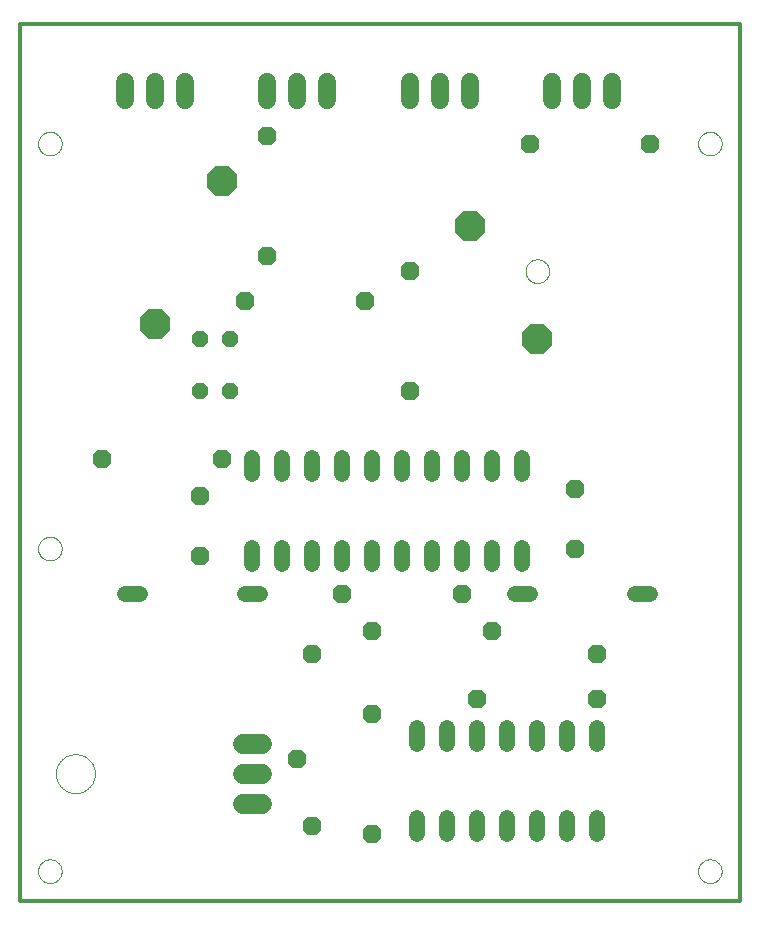
<source format=gtl>
G75*
%MOMM*%
%OFA0B0*%
%FSLAX33Y33*%
%IPPOS*%
%LPD*%
%AMOC8*
5,1,8,0,0,1.08239X$1,22.5*
%
%ADD10C,0.305*%
%ADD11C,0.000*%
%ADD12C,1.676*%
%ADD13C,1.321*%
%ADD14OC8,1.600*%
%ADD15OC8,1.321*%
%ADD16C,1.524*%
%ADD17OC8,2.540*%
D10*
X00406Y00406D02*
X61366Y00406D01*
X61366Y74701D01*
X00406Y74701D01*
X00406Y00406D01*
D11*
X01946Y02946D02*
X01948Y03009D01*
X01954Y03071D01*
X01964Y03133D01*
X01977Y03195D01*
X01995Y03255D01*
X02016Y03314D01*
X02041Y03372D01*
X02070Y03428D01*
X02102Y03482D01*
X02137Y03534D01*
X02175Y03583D01*
X02217Y03631D01*
X02261Y03675D01*
X02309Y03717D01*
X02358Y03755D01*
X02410Y03790D01*
X02464Y03822D01*
X02520Y03851D01*
X02578Y03876D01*
X02637Y03897D01*
X02697Y03915D01*
X02759Y03928D01*
X02821Y03938D01*
X02883Y03944D01*
X02946Y03946D01*
X03009Y03944D01*
X03071Y03938D01*
X03133Y03928D01*
X03195Y03915D01*
X03255Y03897D01*
X03314Y03876D01*
X03372Y03851D01*
X03428Y03822D01*
X03482Y03790D01*
X03534Y03755D01*
X03583Y03717D01*
X03631Y03675D01*
X03675Y03631D01*
X03717Y03583D01*
X03755Y03534D01*
X03790Y03482D01*
X03822Y03428D01*
X03851Y03372D01*
X03876Y03314D01*
X03897Y03255D01*
X03915Y03195D01*
X03928Y03133D01*
X03938Y03071D01*
X03944Y03009D01*
X03946Y02946D01*
X03944Y02883D01*
X03938Y02821D01*
X03928Y02759D01*
X03915Y02697D01*
X03897Y02637D01*
X03876Y02578D01*
X03851Y02520D01*
X03822Y02464D01*
X03790Y02410D01*
X03755Y02358D01*
X03717Y02309D01*
X03675Y02261D01*
X03631Y02217D01*
X03583Y02175D01*
X03534Y02137D01*
X03482Y02102D01*
X03428Y02070D01*
X03372Y02041D01*
X03314Y02016D01*
X03255Y01995D01*
X03195Y01977D01*
X03133Y01964D01*
X03071Y01954D01*
X03009Y01948D01*
X02946Y01946D01*
X02883Y01948D01*
X02821Y01954D01*
X02759Y01964D01*
X02697Y01977D01*
X02637Y01995D01*
X02578Y02016D01*
X02520Y02041D01*
X02464Y02070D01*
X02410Y02102D01*
X02358Y02137D01*
X02309Y02175D01*
X02261Y02217D01*
X02217Y02261D01*
X02175Y02309D01*
X02137Y02358D01*
X02102Y02410D01*
X02070Y02464D01*
X02041Y02520D01*
X02016Y02578D01*
X01995Y02637D01*
X01977Y02697D01*
X01964Y02759D01*
X01954Y02821D01*
X01948Y02883D01*
X01946Y02946D01*
X03454Y11201D02*
X03456Y11282D01*
X03462Y11363D01*
X03472Y11443D01*
X03486Y11523D01*
X03503Y11602D01*
X03525Y11680D01*
X03551Y11757D01*
X03580Y11833D01*
X03613Y11907D01*
X03649Y11979D01*
X03689Y12050D01*
X03732Y12118D01*
X03779Y12184D01*
X03829Y12248D01*
X03882Y12310D01*
X03938Y12368D01*
X03996Y12424D01*
X04058Y12477D01*
X04122Y12527D01*
X04188Y12574D01*
X04256Y12617D01*
X04327Y12657D01*
X04399Y12693D01*
X04473Y12726D01*
X04549Y12755D01*
X04626Y12781D01*
X04704Y12803D01*
X04783Y12820D01*
X04863Y12834D01*
X04943Y12844D01*
X05024Y12850D01*
X05105Y12852D01*
X05186Y12850D01*
X05267Y12844D01*
X05347Y12834D01*
X05427Y12820D01*
X05506Y12803D01*
X05584Y12781D01*
X05661Y12755D01*
X05737Y12726D01*
X05811Y12693D01*
X05883Y12657D01*
X05954Y12617D01*
X06022Y12574D01*
X06088Y12527D01*
X06152Y12477D01*
X06214Y12424D01*
X06272Y12368D01*
X06328Y12310D01*
X06381Y12248D01*
X06431Y12184D01*
X06478Y12118D01*
X06521Y12050D01*
X06561Y11979D01*
X06597Y11907D01*
X06630Y11833D01*
X06659Y11757D01*
X06685Y11680D01*
X06707Y11602D01*
X06724Y11523D01*
X06738Y11443D01*
X06748Y11363D01*
X06754Y11282D01*
X06756Y11201D01*
X06754Y11120D01*
X06748Y11039D01*
X06738Y10959D01*
X06724Y10879D01*
X06707Y10800D01*
X06685Y10722D01*
X06659Y10645D01*
X06630Y10569D01*
X06597Y10495D01*
X06561Y10423D01*
X06521Y10352D01*
X06478Y10284D01*
X06431Y10218D01*
X06381Y10154D01*
X06328Y10092D01*
X06272Y10034D01*
X06214Y09978D01*
X06152Y09925D01*
X06088Y09875D01*
X06022Y09828D01*
X05954Y09785D01*
X05883Y09745D01*
X05811Y09709D01*
X05737Y09676D01*
X05661Y09647D01*
X05584Y09621D01*
X05506Y09599D01*
X05427Y09582D01*
X05347Y09568D01*
X05267Y09558D01*
X05186Y09552D01*
X05105Y09550D01*
X05024Y09552D01*
X04943Y09558D01*
X04863Y09568D01*
X04783Y09582D01*
X04704Y09599D01*
X04626Y09621D01*
X04549Y09647D01*
X04473Y09676D01*
X04399Y09709D01*
X04327Y09745D01*
X04256Y09785D01*
X04188Y09828D01*
X04122Y09875D01*
X04058Y09925D01*
X03996Y09978D01*
X03938Y10034D01*
X03882Y10092D01*
X03829Y10154D01*
X03779Y10218D01*
X03732Y10284D01*
X03689Y10352D01*
X03649Y10423D01*
X03613Y10495D01*
X03580Y10569D01*
X03551Y10645D01*
X03525Y10722D01*
X03503Y10800D01*
X03486Y10879D01*
X03472Y10959D01*
X03462Y11039D01*
X03456Y11120D01*
X03454Y11201D01*
X01946Y30251D02*
X01948Y30314D01*
X01954Y30376D01*
X01964Y30438D01*
X01977Y30500D01*
X01995Y30560D01*
X02016Y30619D01*
X02041Y30677D01*
X02070Y30733D01*
X02102Y30787D01*
X02137Y30839D01*
X02175Y30888D01*
X02217Y30936D01*
X02261Y30980D01*
X02309Y31022D01*
X02358Y31060D01*
X02410Y31095D01*
X02464Y31127D01*
X02520Y31156D01*
X02578Y31181D01*
X02637Y31202D01*
X02697Y31220D01*
X02759Y31233D01*
X02821Y31243D01*
X02883Y31249D01*
X02946Y31251D01*
X03009Y31249D01*
X03071Y31243D01*
X03133Y31233D01*
X03195Y31220D01*
X03255Y31202D01*
X03314Y31181D01*
X03372Y31156D01*
X03428Y31127D01*
X03482Y31095D01*
X03534Y31060D01*
X03583Y31022D01*
X03631Y30980D01*
X03675Y30936D01*
X03717Y30888D01*
X03755Y30839D01*
X03790Y30787D01*
X03822Y30733D01*
X03851Y30677D01*
X03876Y30619D01*
X03897Y30560D01*
X03915Y30500D01*
X03928Y30438D01*
X03938Y30376D01*
X03944Y30314D01*
X03946Y30251D01*
X03944Y30188D01*
X03938Y30126D01*
X03928Y30064D01*
X03915Y30002D01*
X03897Y29942D01*
X03876Y29883D01*
X03851Y29825D01*
X03822Y29769D01*
X03790Y29715D01*
X03755Y29663D01*
X03717Y29614D01*
X03675Y29566D01*
X03631Y29522D01*
X03583Y29480D01*
X03534Y29442D01*
X03482Y29407D01*
X03428Y29375D01*
X03372Y29346D01*
X03314Y29321D01*
X03255Y29300D01*
X03195Y29282D01*
X03133Y29269D01*
X03071Y29259D01*
X03009Y29253D01*
X02946Y29251D01*
X02883Y29253D01*
X02821Y29259D01*
X02759Y29269D01*
X02697Y29282D01*
X02637Y29300D01*
X02578Y29321D01*
X02520Y29346D01*
X02464Y29375D01*
X02410Y29407D01*
X02358Y29442D01*
X02309Y29480D01*
X02261Y29522D01*
X02217Y29566D01*
X02175Y29614D01*
X02137Y29663D01*
X02102Y29715D01*
X02070Y29769D01*
X02041Y29825D01*
X02016Y29883D01*
X01995Y29942D01*
X01977Y30002D01*
X01964Y30064D01*
X01954Y30126D01*
X01948Y30188D01*
X01946Y30251D01*
X01946Y64541D02*
X01948Y64604D01*
X01954Y64666D01*
X01964Y64728D01*
X01977Y64790D01*
X01995Y64850D01*
X02016Y64909D01*
X02041Y64967D01*
X02070Y65023D01*
X02102Y65077D01*
X02137Y65129D01*
X02175Y65178D01*
X02217Y65226D01*
X02261Y65270D01*
X02309Y65312D01*
X02358Y65350D01*
X02410Y65385D01*
X02464Y65417D01*
X02520Y65446D01*
X02578Y65471D01*
X02637Y65492D01*
X02697Y65510D01*
X02759Y65523D01*
X02821Y65533D01*
X02883Y65539D01*
X02946Y65541D01*
X03009Y65539D01*
X03071Y65533D01*
X03133Y65523D01*
X03195Y65510D01*
X03255Y65492D01*
X03314Y65471D01*
X03372Y65446D01*
X03428Y65417D01*
X03482Y65385D01*
X03534Y65350D01*
X03583Y65312D01*
X03631Y65270D01*
X03675Y65226D01*
X03717Y65178D01*
X03755Y65129D01*
X03790Y65077D01*
X03822Y65023D01*
X03851Y64967D01*
X03876Y64909D01*
X03897Y64850D01*
X03915Y64790D01*
X03928Y64728D01*
X03938Y64666D01*
X03944Y64604D01*
X03946Y64541D01*
X03944Y64478D01*
X03938Y64416D01*
X03928Y64354D01*
X03915Y64292D01*
X03897Y64232D01*
X03876Y64173D01*
X03851Y64115D01*
X03822Y64059D01*
X03790Y64005D01*
X03755Y63953D01*
X03717Y63904D01*
X03675Y63856D01*
X03631Y63812D01*
X03583Y63770D01*
X03534Y63732D01*
X03482Y63697D01*
X03428Y63665D01*
X03372Y63636D01*
X03314Y63611D01*
X03255Y63590D01*
X03195Y63572D01*
X03133Y63559D01*
X03071Y63549D01*
X03009Y63543D01*
X02946Y63541D01*
X02883Y63543D01*
X02821Y63549D01*
X02759Y63559D01*
X02697Y63572D01*
X02637Y63590D01*
X02578Y63611D01*
X02520Y63636D01*
X02464Y63665D01*
X02410Y63697D01*
X02358Y63732D01*
X02309Y63770D01*
X02261Y63812D01*
X02217Y63856D01*
X02175Y63904D01*
X02137Y63953D01*
X02102Y64005D01*
X02070Y64059D01*
X02041Y64115D01*
X02016Y64173D01*
X01995Y64232D01*
X01977Y64292D01*
X01964Y64354D01*
X01954Y64416D01*
X01948Y64478D01*
X01946Y64541D01*
X43221Y53746D02*
X43223Y53809D01*
X43229Y53871D01*
X43239Y53933D01*
X43252Y53995D01*
X43270Y54055D01*
X43291Y54114D01*
X43316Y54172D01*
X43345Y54228D01*
X43377Y54282D01*
X43412Y54334D01*
X43450Y54383D01*
X43492Y54431D01*
X43536Y54475D01*
X43584Y54517D01*
X43633Y54555D01*
X43685Y54590D01*
X43739Y54622D01*
X43795Y54651D01*
X43853Y54676D01*
X43912Y54697D01*
X43972Y54715D01*
X44034Y54728D01*
X44096Y54738D01*
X44158Y54744D01*
X44221Y54746D01*
X44284Y54744D01*
X44346Y54738D01*
X44408Y54728D01*
X44470Y54715D01*
X44530Y54697D01*
X44589Y54676D01*
X44647Y54651D01*
X44703Y54622D01*
X44757Y54590D01*
X44809Y54555D01*
X44858Y54517D01*
X44906Y54475D01*
X44950Y54431D01*
X44992Y54383D01*
X45030Y54334D01*
X45065Y54282D01*
X45097Y54228D01*
X45126Y54172D01*
X45151Y54114D01*
X45172Y54055D01*
X45190Y53995D01*
X45203Y53933D01*
X45213Y53871D01*
X45219Y53809D01*
X45221Y53746D01*
X45219Y53683D01*
X45213Y53621D01*
X45203Y53559D01*
X45190Y53497D01*
X45172Y53437D01*
X45151Y53378D01*
X45126Y53320D01*
X45097Y53264D01*
X45065Y53210D01*
X45030Y53158D01*
X44992Y53109D01*
X44950Y53061D01*
X44906Y53017D01*
X44858Y52975D01*
X44809Y52937D01*
X44757Y52902D01*
X44703Y52870D01*
X44647Y52841D01*
X44589Y52816D01*
X44530Y52795D01*
X44470Y52777D01*
X44408Y52764D01*
X44346Y52754D01*
X44284Y52748D01*
X44221Y52746D01*
X44158Y52748D01*
X44096Y52754D01*
X44034Y52764D01*
X43972Y52777D01*
X43912Y52795D01*
X43853Y52816D01*
X43795Y52841D01*
X43739Y52870D01*
X43685Y52902D01*
X43633Y52937D01*
X43584Y52975D01*
X43536Y53017D01*
X43492Y53061D01*
X43450Y53109D01*
X43412Y53158D01*
X43377Y53210D01*
X43345Y53264D01*
X43316Y53320D01*
X43291Y53378D01*
X43270Y53437D01*
X43252Y53497D01*
X43239Y53559D01*
X43229Y53621D01*
X43223Y53683D01*
X43221Y53746D01*
X57826Y64541D02*
X57828Y64604D01*
X57834Y64666D01*
X57844Y64728D01*
X57857Y64790D01*
X57875Y64850D01*
X57896Y64909D01*
X57921Y64967D01*
X57950Y65023D01*
X57982Y65077D01*
X58017Y65129D01*
X58055Y65178D01*
X58097Y65226D01*
X58141Y65270D01*
X58189Y65312D01*
X58238Y65350D01*
X58290Y65385D01*
X58344Y65417D01*
X58400Y65446D01*
X58458Y65471D01*
X58517Y65492D01*
X58577Y65510D01*
X58639Y65523D01*
X58701Y65533D01*
X58763Y65539D01*
X58826Y65541D01*
X58889Y65539D01*
X58951Y65533D01*
X59013Y65523D01*
X59075Y65510D01*
X59135Y65492D01*
X59194Y65471D01*
X59252Y65446D01*
X59308Y65417D01*
X59362Y65385D01*
X59414Y65350D01*
X59463Y65312D01*
X59511Y65270D01*
X59555Y65226D01*
X59597Y65178D01*
X59635Y65129D01*
X59670Y65077D01*
X59702Y65023D01*
X59731Y64967D01*
X59756Y64909D01*
X59777Y64850D01*
X59795Y64790D01*
X59808Y64728D01*
X59818Y64666D01*
X59824Y64604D01*
X59826Y64541D01*
X59824Y64478D01*
X59818Y64416D01*
X59808Y64354D01*
X59795Y64292D01*
X59777Y64232D01*
X59756Y64173D01*
X59731Y64115D01*
X59702Y64059D01*
X59670Y64005D01*
X59635Y63953D01*
X59597Y63904D01*
X59555Y63856D01*
X59511Y63812D01*
X59463Y63770D01*
X59414Y63732D01*
X59362Y63697D01*
X59308Y63665D01*
X59252Y63636D01*
X59194Y63611D01*
X59135Y63590D01*
X59075Y63572D01*
X59013Y63559D01*
X58951Y63549D01*
X58889Y63543D01*
X58826Y63541D01*
X58763Y63543D01*
X58701Y63549D01*
X58639Y63559D01*
X58577Y63572D01*
X58517Y63590D01*
X58458Y63611D01*
X58400Y63636D01*
X58344Y63665D01*
X58290Y63697D01*
X58238Y63732D01*
X58189Y63770D01*
X58141Y63812D01*
X58097Y63856D01*
X58055Y63904D01*
X58017Y63953D01*
X57982Y64005D01*
X57950Y64059D01*
X57921Y64115D01*
X57896Y64173D01*
X57875Y64232D01*
X57857Y64292D01*
X57844Y64354D01*
X57834Y64416D01*
X57828Y64478D01*
X57826Y64541D01*
X57826Y02946D02*
X57828Y03009D01*
X57834Y03071D01*
X57844Y03133D01*
X57857Y03195D01*
X57875Y03255D01*
X57896Y03314D01*
X57921Y03372D01*
X57950Y03428D01*
X57982Y03482D01*
X58017Y03534D01*
X58055Y03583D01*
X58097Y03631D01*
X58141Y03675D01*
X58189Y03717D01*
X58238Y03755D01*
X58290Y03790D01*
X58344Y03822D01*
X58400Y03851D01*
X58458Y03876D01*
X58517Y03897D01*
X58577Y03915D01*
X58639Y03928D01*
X58701Y03938D01*
X58763Y03944D01*
X58826Y03946D01*
X58889Y03944D01*
X58951Y03938D01*
X59013Y03928D01*
X59075Y03915D01*
X59135Y03897D01*
X59194Y03876D01*
X59252Y03851D01*
X59308Y03822D01*
X59362Y03790D01*
X59414Y03755D01*
X59463Y03717D01*
X59511Y03675D01*
X59555Y03631D01*
X59597Y03583D01*
X59635Y03534D01*
X59670Y03482D01*
X59702Y03428D01*
X59731Y03372D01*
X59756Y03314D01*
X59777Y03255D01*
X59795Y03195D01*
X59808Y03133D01*
X59818Y03071D01*
X59824Y03009D01*
X59826Y02946D01*
X59824Y02883D01*
X59818Y02821D01*
X59808Y02759D01*
X59795Y02697D01*
X59777Y02637D01*
X59756Y02578D01*
X59731Y02520D01*
X59702Y02464D01*
X59670Y02410D01*
X59635Y02358D01*
X59597Y02309D01*
X59555Y02261D01*
X59511Y02217D01*
X59463Y02175D01*
X59414Y02137D01*
X59362Y02102D01*
X59308Y02070D01*
X59252Y02041D01*
X59194Y02016D01*
X59135Y01995D01*
X59075Y01977D01*
X59013Y01964D01*
X58951Y01954D01*
X58889Y01948D01*
X58826Y01946D01*
X58763Y01948D01*
X58701Y01954D01*
X58639Y01964D01*
X58577Y01977D01*
X58517Y01995D01*
X58458Y02016D01*
X58400Y02041D01*
X58344Y02070D01*
X58290Y02102D01*
X58238Y02137D01*
X58189Y02175D01*
X58141Y02217D01*
X58097Y02261D01*
X58055Y02309D01*
X58017Y02358D01*
X57982Y02410D01*
X57950Y02464D01*
X57921Y02520D01*
X57896Y02578D01*
X57875Y02637D01*
X57857Y02697D01*
X57844Y02759D01*
X57834Y02821D01*
X57828Y02883D01*
X57826Y02946D01*
D12*
X20930Y08661D02*
X19253Y08661D01*
X19253Y11201D02*
X20930Y11201D01*
X20930Y13741D02*
X19253Y13741D01*
D13*
X19431Y26441D02*
X20752Y26441D01*
X20091Y28956D02*
X20091Y30277D01*
X22631Y30277D02*
X22631Y28956D01*
X25171Y28956D02*
X25171Y30277D01*
X27711Y30277D02*
X27711Y28956D01*
X30251Y28956D02*
X30251Y30277D01*
X32791Y30277D02*
X32791Y28956D01*
X35331Y28956D02*
X35331Y30277D01*
X37871Y30277D02*
X37871Y28956D01*
X40411Y28956D02*
X40411Y30277D01*
X42951Y30277D02*
X42951Y28956D01*
X42291Y26441D02*
X43612Y26441D01*
X42951Y36576D02*
X42951Y37897D01*
X40411Y37897D02*
X40411Y36576D01*
X37871Y36576D02*
X37871Y37897D01*
X35331Y37897D02*
X35331Y36576D01*
X32791Y36576D02*
X32791Y37897D01*
X30251Y37897D02*
X30251Y36576D01*
X27711Y36576D02*
X27711Y37897D01*
X25171Y37897D02*
X25171Y36576D01*
X22631Y36576D02*
X22631Y37897D01*
X20091Y37897D02*
X20091Y36576D01*
X10592Y26441D02*
X09271Y26441D01*
X34061Y15037D02*
X34061Y13716D01*
X36601Y13716D02*
X36601Y15037D01*
X39141Y15037D02*
X39141Y13716D01*
X41681Y13716D02*
X41681Y15037D01*
X44221Y15037D02*
X44221Y13716D01*
X46761Y13716D02*
X46761Y15037D01*
X49301Y15037D02*
X49301Y13716D01*
X49301Y07417D02*
X49301Y06096D01*
X46761Y06096D02*
X46761Y07417D01*
X44221Y07417D02*
X44221Y06096D01*
X41681Y06096D02*
X41681Y07417D01*
X39141Y07417D02*
X39141Y06096D01*
X36601Y06096D02*
X36601Y07417D01*
X34061Y07417D02*
X34061Y06096D01*
X52451Y26441D02*
X53772Y26441D01*
D14*
X49301Y21361D03*
X49301Y17551D03*
X40411Y23266D03*
X37871Y26441D03*
X39141Y17551D03*
X30251Y16281D03*
X25171Y21361D03*
X27711Y26441D03*
X30251Y23266D03*
X23901Y12471D03*
X25171Y06756D03*
X30251Y06121D03*
X15646Y29616D03*
X15646Y34696D03*
X17551Y37871D03*
X07391Y37871D03*
X19456Y51206D03*
X21361Y55016D03*
X29616Y51206D03*
X33426Y53746D03*
X33426Y43586D03*
X47396Y35331D03*
X47396Y30251D03*
X43586Y64541D03*
X53746Y64541D03*
X21361Y65176D03*
D15*
X18186Y48031D03*
X15646Y48031D03*
X15646Y43586D03*
X18186Y43586D03*
D16*
X21361Y68224D02*
X21361Y69748D01*
X23901Y69748D02*
X23901Y68224D01*
X26441Y68224D02*
X26441Y69748D01*
X33426Y69748D02*
X33426Y68224D01*
X35966Y68224D02*
X35966Y69748D01*
X38506Y69748D02*
X38506Y68224D01*
X45491Y68224D02*
X45491Y69748D01*
X48031Y69748D02*
X48031Y68224D01*
X50571Y68224D02*
X50571Y69748D01*
X14376Y69748D02*
X14376Y68224D01*
X11836Y68224D02*
X11836Y69748D01*
X09296Y69748D02*
X09296Y68224D01*
D17*
X17551Y61366D03*
X11836Y49301D03*
X38506Y57556D03*
X44221Y48031D03*
M02*

</source>
